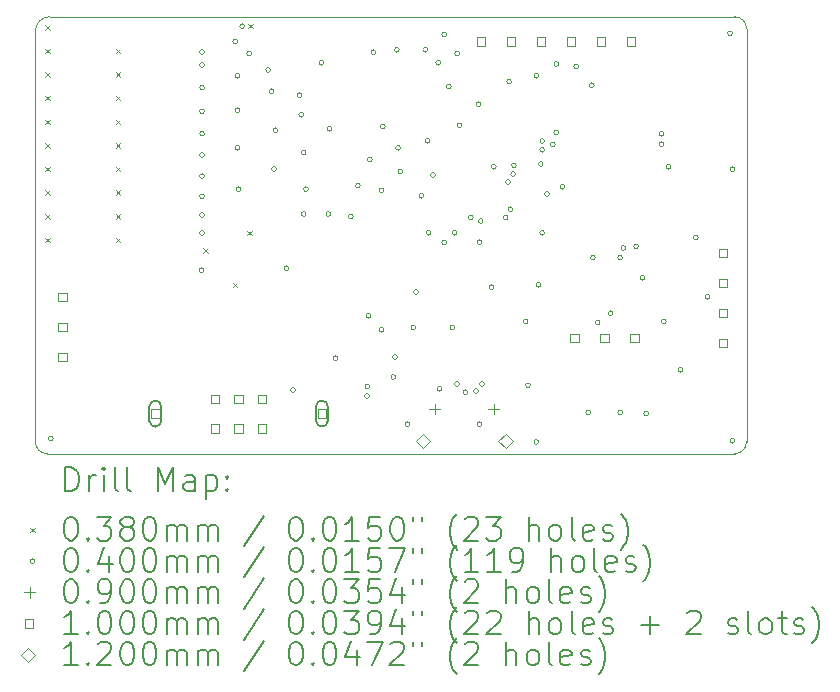
<source format=gbr>
%FSLAX45Y45*%
G04 Gerber Fmt 4.5, Leading zero omitted, Abs format (unit mm)*
G04 Created by KiCad (PCBNEW 6.0.6-3a73a75311~116~ubuntu20.04.1) date 2022-07-24 13:39:09*
%MOMM*%
%LPD*%
G01*
G04 APERTURE LIST*
%TA.AperFunction,Profile*%
%ADD10C,0.100000*%
%TD*%
%ADD11C,0.200000*%
%ADD12C,0.038000*%
%ADD13C,0.040000*%
%ADD14C,0.090000*%
%ADD15C,0.100000*%
%ADD16C,0.120000*%
G04 APERTURE END LIST*
D10*
X2780000Y-10150000D02*
X8600000Y-10150000D01*
X8600000Y-6450000D02*
X2800000Y-6450000D01*
X2680000Y-10050000D02*
G75*
G03*
X2780000Y-10150000I100000J0D01*
G01*
X2680000Y-10050000D02*
X2680000Y-6570000D01*
X8600000Y-10150000D02*
G75*
G03*
X8700000Y-10050000I0J100000D01*
G01*
X2800000Y-6450000D02*
G75*
G03*
X2680000Y-6570000I0J-120000D01*
G01*
X8700000Y-6550000D02*
G75*
G03*
X8600000Y-6450000I-100000J0D01*
G01*
X8700000Y-10050000D02*
X8700000Y-6550000D01*
D11*
D12*
X2761000Y-6521000D02*
X2799000Y-6559000D01*
X2799000Y-6521000D02*
X2761000Y-6559000D01*
X2761000Y-6721000D02*
X2799000Y-6759000D01*
X2799000Y-6721000D02*
X2761000Y-6759000D01*
X2761000Y-6921000D02*
X2799000Y-6959000D01*
X2799000Y-6921000D02*
X2761000Y-6959000D01*
X2761000Y-7121000D02*
X2799000Y-7159000D01*
X2799000Y-7121000D02*
X2761000Y-7159000D01*
X2761000Y-7321000D02*
X2799000Y-7359000D01*
X2799000Y-7321000D02*
X2761000Y-7359000D01*
X2761000Y-7521000D02*
X2799000Y-7559000D01*
X2799000Y-7521000D02*
X2761000Y-7559000D01*
X2761000Y-7721000D02*
X2799000Y-7759000D01*
X2799000Y-7721000D02*
X2761000Y-7759000D01*
X2761000Y-7921000D02*
X2799000Y-7959000D01*
X2799000Y-7921000D02*
X2761000Y-7959000D01*
X2761000Y-8121000D02*
X2799000Y-8159000D01*
X2799000Y-8121000D02*
X2761000Y-8159000D01*
X2761000Y-8321000D02*
X2799000Y-8359000D01*
X2799000Y-8321000D02*
X2761000Y-8359000D01*
X3361000Y-6721000D02*
X3399000Y-6759000D01*
X3399000Y-6721000D02*
X3361000Y-6759000D01*
X3361000Y-6921000D02*
X3399000Y-6959000D01*
X3399000Y-6921000D02*
X3361000Y-6959000D01*
X3361000Y-7121000D02*
X3399000Y-7159000D01*
X3399000Y-7121000D02*
X3361000Y-7159000D01*
X3361000Y-7321000D02*
X3399000Y-7359000D01*
X3399000Y-7321000D02*
X3361000Y-7359000D01*
X3361000Y-7521000D02*
X3399000Y-7559000D01*
X3399000Y-7521000D02*
X3361000Y-7559000D01*
X3361000Y-7721000D02*
X3399000Y-7759000D01*
X3399000Y-7721000D02*
X3361000Y-7759000D01*
X3361000Y-7921000D02*
X3399000Y-7959000D01*
X3399000Y-7921000D02*
X3361000Y-7959000D01*
X3361000Y-8121000D02*
X3399000Y-8159000D01*
X3399000Y-8121000D02*
X3361000Y-8159000D01*
X3361000Y-8321000D02*
X3399000Y-8359000D01*
X3399000Y-8321000D02*
X3361000Y-8359000D01*
X4101000Y-8411000D02*
X4139000Y-8449000D01*
X4139000Y-8411000D02*
X4101000Y-8449000D01*
X4351000Y-8701000D02*
X4389000Y-8739000D01*
X4389000Y-8701000D02*
X4351000Y-8739000D01*
X4471000Y-8261000D02*
X4509000Y-8299000D01*
X4509000Y-8261000D02*
X4471000Y-8299000D01*
X4481000Y-6511000D02*
X4519000Y-6549000D01*
X4519000Y-6511000D02*
X4481000Y-6549000D01*
D13*
X2830000Y-10020000D02*
G75*
G03*
X2830000Y-10020000I-20000J0D01*
G01*
X4104951Y-8595049D02*
G75*
G03*
X4104951Y-8595049I-20000J0D01*
G01*
X4110000Y-6750000D02*
G75*
G03*
X4110000Y-6750000I-20000J0D01*
G01*
X4110000Y-6860000D02*
G75*
G03*
X4110000Y-6860000I-20000J0D01*
G01*
X4110000Y-7050000D02*
G75*
G03*
X4110000Y-7050000I-20000J0D01*
G01*
X4110000Y-7250000D02*
G75*
G03*
X4110000Y-7250000I-20000J0D01*
G01*
X4110000Y-7440000D02*
G75*
G03*
X4110000Y-7440000I-20000J0D01*
G01*
X4110000Y-7620000D02*
G75*
G03*
X4110000Y-7620000I-20000J0D01*
G01*
X4110000Y-7800000D02*
G75*
G03*
X4110000Y-7800000I-20000J0D01*
G01*
X4110000Y-7970000D02*
G75*
G03*
X4110000Y-7970000I-20000J0D01*
G01*
X4110000Y-8130000D02*
G75*
G03*
X4110000Y-8130000I-20000J0D01*
G01*
X4110000Y-8280000D02*
G75*
G03*
X4110000Y-8280000I-20000J0D01*
G01*
X4390000Y-6660000D02*
G75*
G03*
X4390000Y-6660000I-20000J0D01*
G01*
X4410000Y-6950000D02*
G75*
G03*
X4410000Y-6950000I-20000J0D01*
G01*
X4410000Y-7240000D02*
G75*
G03*
X4410000Y-7240000I-20000J0D01*
G01*
X4410000Y-7560000D02*
G75*
G03*
X4410000Y-7560000I-20000J0D01*
G01*
X4420000Y-7910000D02*
G75*
G03*
X4420000Y-7910000I-20000J0D01*
G01*
X4450000Y-6530000D02*
G75*
G03*
X4450000Y-6530000I-20000J0D01*
G01*
X4510000Y-6760000D02*
G75*
G03*
X4510000Y-6760000I-20000J0D01*
G01*
X4670000Y-6900000D02*
G75*
G03*
X4670000Y-6900000I-20000J0D01*
G01*
X4700000Y-7080000D02*
G75*
G03*
X4700000Y-7080000I-20000J0D01*
G01*
X4720000Y-7740000D02*
G75*
G03*
X4720000Y-7740000I-20000J0D01*
G01*
X4730000Y-7410000D02*
G75*
G03*
X4730000Y-7410000I-20000J0D01*
G01*
X4824950Y-8580000D02*
G75*
G03*
X4824950Y-8580000I-20000J0D01*
G01*
X4880000Y-9610000D02*
G75*
G03*
X4880000Y-9610000I-20000J0D01*
G01*
X4935000Y-7115000D02*
G75*
G03*
X4935000Y-7115000I-20000J0D01*
G01*
X4950000Y-7280000D02*
G75*
G03*
X4950000Y-7280000I-20000J0D01*
G01*
X4970000Y-7600000D02*
G75*
G03*
X4970000Y-7600000I-20000J0D01*
G01*
X4970000Y-8120000D02*
G75*
G03*
X4970000Y-8120000I-20000J0D01*
G01*
X4990000Y-7910000D02*
G75*
G03*
X4990000Y-7910000I-20000J0D01*
G01*
X5120000Y-6840000D02*
G75*
G03*
X5120000Y-6840000I-20000J0D01*
G01*
X5180000Y-8120000D02*
G75*
G03*
X5180000Y-8120000I-20000J0D01*
G01*
X5190000Y-7400000D02*
G75*
G03*
X5190000Y-7400000I-20000J0D01*
G01*
X5240000Y-9340000D02*
G75*
G03*
X5240000Y-9340000I-20000J0D01*
G01*
X5370000Y-8140000D02*
G75*
G03*
X5370000Y-8140000I-20000J0D01*
G01*
X5430000Y-7880000D02*
G75*
G03*
X5430000Y-7880000I-20000J0D01*
G01*
X5507420Y-9659909D02*
G75*
G03*
X5507420Y-9659909I-20000J0D01*
G01*
X5510000Y-9580000D02*
G75*
G03*
X5510000Y-9580000I-20000J0D01*
G01*
X5521030Y-8982837D02*
G75*
G03*
X5521030Y-8982837I-20000J0D01*
G01*
X5530000Y-7660000D02*
G75*
G03*
X5530000Y-7660000I-20000J0D01*
G01*
X5560000Y-6750000D02*
G75*
G03*
X5560000Y-6750000I-20000J0D01*
G01*
X5630000Y-7920000D02*
G75*
G03*
X5630000Y-7920000I-20000J0D01*
G01*
X5630000Y-9100000D02*
G75*
G03*
X5630000Y-9100000I-20000J0D01*
G01*
X5640000Y-7380000D02*
G75*
G03*
X5640000Y-7380000I-20000J0D01*
G01*
X5730000Y-9500000D02*
G75*
G03*
X5730000Y-9500000I-20000J0D01*
G01*
X5744390Y-9332113D02*
G75*
G03*
X5744390Y-9332113I-20000J0D01*
G01*
X5760000Y-6730000D02*
G75*
G03*
X5760000Y-6730000I-20000J0D01*
G01*
X5770000Y-7560000D02*
G75*
G03*
X5770000Y-7560000I-20000J0D01*
G01*
X5790000Y-7760000D02*
G75*
G03*
X5790000Y-7760000I-20000J0D01*
G01*
X5850000Y-9900000D02*
G75*
G03*
X5850000Y-9900000I-20000J0D01*
G01*
X5900000Y-9080000D02*
G75*
G03*
X5900000Y-9080000I-20000J0D01*
G01*
X5922254Y-8779579D02*
G75*
G03*
X5922254Y-8779579I-20000J0D01*
G01*
X5967437Y-7965104D02*
G75*
G03*
X5967437Y-7965104I-20000J0D01*
G01*
X6000000Y-6730000D02*
G75*
G03*
X6000000Y-6730000I-20000J0D01*
G01*
X6020000Y-7500000D02*
G75*
G03*
X6020000Y-7500000I-20000J0D01*
G01*
X6030000Y-8280000D02*
G75*
G03*
X6030000Y-8280000I-20000J0D01*
G01*
X6064950Y-7790000D02*
G75*
G03*
X6064950Y-7790000I-20000J0D01*
G01*
X6110000Y-6840000D02*
G75*
G03*
X6110000Y-6840000I-20000J0D01*
G01*
X6120000Y-9600000D02*
G75*
G03*
X6120000Y-9600000I-20000J0D01*
G01*
X6160000Y-6600000D02*
G75*
G03*
X6160000Y-6600000I-20000J0D01*
G01*
X6160000Y-8360000D02*
G75*
G03*
X6160000Y-8360000I-20000J0D01*
G01*
X6200000Y-7040000D02*
G75*
G03*
X6200000Y-7040000I-20000J0D01*
G01*
X6230000Y-9080000D02*
G75*
G03*
X6230000Y-9080000I-20000J0D01*
G01*
X6250000Y-8280000D02*
G75*
G03*
X6250000Y-8280000I-20000J0D01*
G01*
X6270000Y-6760050D02*
G75*
G03*
X6270000Y-6760050I-20000J0D01*
G01*
X6270000Y-9560000D02*
G75*
G03*
X6270000Y-9560000I-20000J0D01*
G01*
X6290000Y-7370000D02*
G75*
G03*
X6290000Y-7370000I-20000J0D01*
G01*
X6340000Y-9630000D02*
G75*
G03*
X6340000Y-9630000I-20000J0D01*
G01*
X6384950Y-8150000D02*
G75*
G03*
X6384950Y-8150000I-20000J0D01*
G01*
X6430000Y-9620000D02*
G75*
G03*
X6430000Y-9620000I-20000J0D01*
G01*
X6450000Y-7190000D02*
G75*
G03*
X6450000Y-7190000I-20000J0D01*
G01*
X6460000Y-8360000D02*
G75*
G03*
X6460000Y-8360000I-20000J0D01*
G01*
X6460000Y-9900000D02*
G75*
G03*
X6460000Y-9900000I-20000J0D01*
G01*
X6470000Y-8180000D02*
G75*
G03*
X6470000Y-8180000I-20000J0D01*
G01*
X6480000Y-9560000D02*
G75*
G03*
X6480000Y-9560000I-20000J0D01*
G01*
X6560000Y-8740000D02*
G75*
G03*
X6560000Y-8740000I-20000J0D01*
G01*
X6580000Y-7720000D02*
G75*
G03*
X6580000Y-7720000I-20000J0D01*
G01*
X6680000Y-8150000D02*
G75*
G03*
X6680000Y-8150000I-20000J0D01*
G01*
X6700000Y-7850000D02*
G75*
G03*
X6700000Y-7850000I-20000J0D01*
G01*
X6710000Y-7000000D02*
G75*
G03*
X6710000Y-7000000I-20000J0D01*
G01*
X6720000Y-8080000D02*
G75*
G03*
X6720000Y-8080000I-20000J0D01*
G01*
X6744065Y-7782644D02*
G75*
G03*
X6744065Y-7782644I-20000J0D01*
G01*
X6750491Y-7707970D02*
G75*
G03*
X6750491Y-7707970I-20000J0D01*
G01*
X6850000Y-9030000D02*
G75*
G03*
X6850000Y-9030000I-20000J0D01*
G01*
X6870000Y-9570000D02*
G75*
G03*
X6870000Y-9570000I-20000J0D01*
G01*
X6940000Y-6950000D02*
G75*
G03*
X6940000Y-6950000I-20000J0D01*
G01*
X6940000Y-10050000D02*
G75*
G03*
X6940000Y-10050000I-20000J0D01*
G01*
X6960000Y-8720000D02*
G75*
G03*
X6960000Y-8720000I-20000J0D01*
G01*
X6978052Y-7696477D02*
G75*
G03*
X6978052Y-7696477I-20000J0D01*
G01*
X6989700Y-7577158D02*
G75*
G03*
X6989700Y-7577158I-20000J0D01*
G01*
X6990000Y-8280000D02*
G75*
G03*
X6990000Y-8280000I-20000J0D01*
G01*
X6990093Y-7502209D02*
G75*
G03*
X6990093Y-7502209I-20000J0D01*
G01*
X7030000Y-7950000D02*
G75*
G03*
X7030000Y-7950000I-20000J0D01*
G01*
X7080000Y-7530000D02*
G75*
G03*
X7080000Y-7530000I-20000J0D01*
G01*
X7110000Y-6850000D02*
G75*
G03*
X7110000Y-6850000I-20000J0D01*
G01*
X7110000Y-7430000D02*
G75*
G03*
X7110000Y-7430000I-20000J0D01*
G01*
X7160000Y-7890000D02*
G75*
G03*
X7160000Y-7890000I-20000J0D01*
G01*
X7278258Y-6871420D02*
G75*
G03*
X7278258Y-6871420I-20000J0D01*
G01*
X7380000Y-9800000D02*
G75*
G03*
X7380000Y-9800000I-20000J0D01*
G01*
X7410000Y-7030000D02*
G75*
G03*
X7410000Y-7030000I-20000J0D01*
G01*
X7419950Y-8490000D02*
G75*
G03*
X7419950Y-8490000I-20000J0D01*
G01*
X7460000Y-9040000D02*
G75*
G03*
X7460000Y-9040000I-20000J0D01*
G01*
X7570000Y-8960000D02*
G75*
G03*
X7570000Y-8960000I-20000J0D01*
G01*
X7650000Y-8490000D02*
G75*
G03*
X7650000Y-8490000I-20000J0D01*
G01*
X7650000Y-9800000D02*
G75*
G03*
X7650000Y-9800000I-20000J0D01*
G01*
X7678215Y-8408216D02*
G75*
G03*
X7678215Y-8408216I-20000J0D01*
G01*
X7784950Y-8394886D02*
G75*
G03*
X7784950Y-8394886I-20000J0D01*
G01*
X7840000Y-8660000D02*
G75*
G03*
X7840000Y-8660000I-20000J0D01*
G01*
X7870000Y-9810000D02*
G75*
G03*
X7870000Y-9810000I-20000J0D01*
G01*
X8000000Y-7440000D02*
G75*
G03*
X8000000Y-7440000I-20000J0D01*
G01*
X8000000Y-7530000D02*
G75*
G03*
X8000000Y-7530000I-20000J0D01*
G01*
X8020000Y-9030000D02*
G75*
G03*
X8020000Y-9030000I-20000J0D01*
G01*
X8060000Y-7720000D02*
G75*
G03*
X8060000Y-7720000I-20000J0D01*
G01*
X8160000Y-9440000D02*
G75*
G03*
X8160000Y-9440000I-20000J0D01*
G01*
X8290000Y-8320000D02*
G75*
G03*
X8290000Y-8320000I-20000J0D01*
G01*
X8390000Y-8820000D02*
G75*
G03*
X8390000Y-8820000I-20000J0D01*
G01*
X8580000Y-6590000D02*
G75*
G03*
X8580000Y-6590000I-20000J0D01*
G01*
X8600000Y-7740000D02*
G75*
G03*
X8600000Y-7740000I-20000J0D01*
G01*
X8600000Y-10040000D02*
G75*
G03*
X8600000Y-10040000I-20000J0D01*
G01*
D14*
X6060000Y-9725000D02*
X6060000Y-9815000D01*
X6015000Y-9770000D02*
X6105000Y-9770000D01*
X6560000Y-9725000D02*
X6560000Y-9815000D01*
X6515000Y-9770000D02*
X6605000Y-9770000D01*
D15*
X2945356Y-8857356D02*
X2945356Y-8786644D01*
X2874644Y-8786644D01*
X2874644Y-8857356D01*
X2945356Y-8857356D01*
X2945356Y-9111356D02*
X2945356Y-9040644D01*
X2874644Y-9040644D01*
X2874644Y-9111356D01*
X2945356Y-9111356D01*
X2945356Y-9365356D02*
X2945356Y-9294644D01*
X2874644Y-9294644D01*
X2874644Y-9365356D01*
X2945356Y-9365356D01*
X3730356Y-9845356D02*
X3730356Y-9774644D01*
X3659644Y-9774644D01*
X3659644Y-9845356D01*
X3730356Y-9845356D01*
D11*
X3645000Y-9750000D02*
X3645000Y-9870000D01*
X3745000Y-9750000D02*
X3745000Y-9870000D01*
X3645000Y-9870000D02*
G75*
G03*
X3745000Y-9870000I50000J0D01*
G01*
X3745000Y-9750000D02*
G75*
G03*
X3645000Y-9750000I-50000J0D01*
G01*
D15*
X4235356Y-9720356D02*
X4235356Y-9649644D01*
X4164644Y-9649644D01*
X4164644Y-9720356D01*
X4235356Y-9720356D01*
X4235356Y-9970356D02*
X4235356Y-9899644D01*
X4164644Y-9899644D01*
X4164644Y-9970356D01*
X4235356Y-9970356D01*
X4435356Y-9720356D02*
X4435356Y-9649644D01*
X4364644Y-9649644D01*
X4364644Y-9720356D01*
X4435356Y-9720356D01*
X4435356Y-9970356D02*
X4435356Y-9899644D01*
X4364644Y-9899644D01*
X4364644Y-9970356D01*
X4435356Y-9970356D01*
X4635356Y-9720356D02*
X4635356Y-9649644D01*
X4564644Y-9649644D01*
X4564644Y-9720356D01*
X4635356Y-9720356D01*
X4635356Y-9970356D02*
X4635356Y-9899644D01*
X4564644Y-9899644D01*
X4564644Y-9970356D01*
X4635356Y-9970356D01*
X5140356Y-9845356D02*
X5140356Y-9774644D01*
X5069644Y-9774644D01*
X5069644Y-9845356D01*
X5140356Y-9845356D01*
D11*
X5055000Y-9750000D02*
X5055000Y-9870000D01*
X5155000Y-9750000D02*
X5155000Y-9870000D01*
X5055000Y-9870000D02*
G75*
G03*
X5155000Y-9870000I50000J0D01*
G01*
X5155000Y-9750000D02*
G75*
G03*
X5055000Y-9750000I-50000J0D01*
G01*
D15*
X6485356Y-6695356D02*
X6485356Y-6624644D01*
X6414644Y-6624644D01*
X6414644Y-6695356D01*
X6485356Y-6695356D01*
X6739356Y-6695356D02*
X6739356Y-6624644D01*
X6668644Y-6624644D01*
X6668644Y-6695356D01*
X6739356Y-6695356D01*
X6993356Y-6695356D02*
X6993356Y-6624644D01*
X6922644Y-6624644D01*
X6922644Y-6695356D01*
X6993356Y-6695356D01*
X7247356Y-6695356D02*
X7247356Y-6624644D01*
X7176644Y-6624644D01*
X7176644Y-6695356D01*
X7247356Y-6695356D01*
X7279856Y-9207856D02*
X7279856Y-9137144D01*
X7209144Y-9137144D01*
X7209144Y-9207856D01*
X7279856Y-9207856D01*
X7501356Y-6695356D02*
X7501356Y-6624644D01*
X7430644Y-6624644D01*
X7430644Y-6695356D01*
X7501356Y-6695356D01*
X7533856Y-9207856D02*
X7533856Y-9137144D01*
X7463144Y-9137144D01*
X7463144Y-9207856D01*
X7533856Y-9207856D01*
X7755356Y-6695356D02*
X7755356Y-6624644D01*
X7684644Y-6624644D01*
X7684644Y-6695356D01*
X7755356Y-6695356D01*
X7787856Y-9207856D02*
X7787856Y-9137144D01*
X7717144Y-9137144D01*
X7717144Y-9207856D01*
X7787856Y-9207856D01*
X8535356Y-8483356D02*
X8535356Y-8412644D01*
X8464644Y-8412644D01*
X8464644Y-8483356D01*
X8535356Y-8483356D01*
X8535356Y-8737356D02*
X8535356Y-8666644D01*
X8464644Y-8666644D01*
X8464644Y-8737356D01*
X8535356Y-8737356D01*
X8535356Y-8991356D02*
X8535356Y-8920644D01*
X8464644Y-8920644D01*
X8464644Y-8991356D01*
X8535356Y-8991356D01*
X8535356Y-9245356D02*
X8535356Y-9174644D01*
X8464644Y-9174644D01*
X8464644Y-9245356D01*
X8535356Y-9245356D01*
D16*
X5960000Y-10100000D02*
X6020000Y-10040000D01*
X5960000Y-9980000D01*
X5900000Y-10040000D01*
X5960000Y-10100000D01*
X6660000Y-10100000D02*
X6720000Y-10040000D01*
X6660000Y-9980000D01*
X6600000Y-10040000D01*
X6660000Y-10100000D01*
D11*
X2932619Y-10465476D02*
X2932619Y-10265476D01*
X2980238Y-10265476D01*
X3008809Y-10275000D01*
X3027857Y-10294048D01*
X3037381Y-10313095D01*
X3046905Y-10351190D01*
X3046905Y-10379762D01*
X3037381Y-10417857D01*
X3027857Y-10436905D01*
X3008809Y-10455952D01*
X2980238Y-10465476D01*
X2932619Y-10465476D01*
X3132619Y-10465476D02*
X3132619Y-10332143D01*
X3132619Y-10370238D02*
X3142143Y-10351190D01*
X3151667Y-10341667D01*
X3170714Y-10332143D01*
X3189762Y-10332143D01*
X3256428Y-10465476D02*
X3256428Y-10332143D01*
X3256428Y-10265476D02*
X3246905Y-10275000D01*
X3256428Y-10284524D01*
X3265952Y-10275000D01*
X3256428Y-10265476D01*
X3256428Y-10284524D01*
X3380238Y-10465476D02*
X3361190Y-10455952D01*
X3351667Y-10436905D01*
X3351667Y-10265476D01*
X3485000Y-10465476D02*
X3465952Y-10455952D01*
X3456428Y-10436905D01*
X3456428Y-10265476D01*
X3713571Y-10465476D02*
X3713571Y-10265476D01*
X3780238Y-10408333D01*
X3846905Y-10265476D01*
X3846905Y-10465476D01*
X4027857Y-10465476D02*
X4027857Y-10360714D01*
X4018333Y-10341667D01*
X3999286Y-10332143D01*
X3961190Y-10332143D01*
X3942143Y-10341667D01*
X4027857Y-10455952D02*
X4008809Y-10465476D01*
X3961190Y-10465476D01*
X3942143Y-10455952D01*
X3932619Y-10436905D01*
X3932619Y-10417857D01*
X3942143Y-10398810D01*
X3961190Y-10389286D01*
X4008809Y-10389286D01*
X4027857Y-10379762D01*
X4123095Y-10332143D02*
X4123095Y-10532143D01*
X4123095Y-10341667D02*
X4142143Y-10332143D01*
X4180238Y-10332143D01*
X4199286Y-10341667D01*
X4208810Y-10351190D01*
X4218333Y-10370238D01*
X4218333Y-10427381D01*
X4208810Y-10446429D01*
X4199286Y-10455952D01*
X4180238Y-10465476D01*
X4142143Y-10465476D01*
X4123095Y-10455952D01*
X4304048Y-10446429D02*
X4313571Y-10455952D01*
X4304048Y-10465476D01*
X4294524Y-10455952D01*
X4304048Y-10446429D01*
X4304048Y-10465476D01*
X4304048Y-10341667D02*
X4313571Y-10351190D01*
X4304048Y-10360714D01*
X4294524Y-10351190D01*
X4304048Y-10341667D01*
X4304048Y-10360714D01*
D12*
X2637000Y-10776000D02*
X2675000Y-10814000D01*
X2675000Y-10776000D02*
X2637000Y-10814000D01*
D11*
X2970714Y-10685476D02*
X2989762Y-10685476D01*
X3008809Y-10695000D01*
X3018333Y-10704524D01*
X3027857Y-10723571D01*
X3037381Y-10761667D01*
X3037381Y-10809286D01*
X3027857Y-10847381D01*
X3018333Y-10866429D01*
X3008809Y-10875952D01*
X2989762Y-10885476D01*
X2970714Y-10885476D01*
X2951667Y-10875952D01*
X2942143Y-10866429D01*
X2932619Y-10847381D01*
X2923095Y-10809286D01*
X2923095Y-10761667D01*
X2932619Y-10723571D01*
X2942143Y-10704524D01*
X2951667Y-10695000D01*
X2970714Y-10685476D01*
X3123095Y-10866429D02*
X3132619Y-10875952D01*
X3123095Y-10885476D01*
X3113571Y-10875952D01*
X3123095Y-10866429D01*
X3123095Y-10885476D01*
X3199286Y-10685476D02*
X3323095Y-10685476D01*
X3256428Y-10761667D01*
X3285000Y-10761667D01*
X3304048Y-10771190D01*
X3313571Y-10780714D01*
X3323095Y-10799762D01*
X3323095Y-10847381D01*
X3313571Y-10866429D01*
X3304048Y-10875952D01*
X3285000Y-10885476D01*
X3227857Y-10885476D01*
X3208809Y-10875952D01*
X3199286Y-10866429D01*
X3437381Y-10771190D02*
X3418333Y-10761667D01*
X3408809Y-10752143D01*
X3399286Y-10733095D01*
X3399286Y-10723571D01*
X3408809Y-10704524D01*
X3418333Y-10695000D01*
X3437381Y-10685476D01*
X3475476Y-10685476D01*
X3494524Y-10695000D01*
X3504048Y-10704524D01*
X3513571Y-10723571D01*
X3513571Y-10733095D01*
X3504048Y-10752143D01*
X3494524Y-10761667D01*
X3475476Y-10771190D01*
X3437381Y-10771190D01*
X3418333Y-10780714D01*
X3408809Y-10790238D01*
X3399286Y-10809286D01*
X3399286Y-10847381D01*
X3408809Y-10866429D01*
X3418333Y-10875952D01*
X3437381Y-10885476D01*
X3475476Y-10885476D01*
X3494524Y-10875952D01*
X3504048Y-10866429D01*
X3513571Y-10847381D01*
X3513571Y-10809286D01*
X3504048Y-10790238D01*
X3494524Y-10780714D01*
X3475476Y-10771190D01*
X3637381Y-10685476D02*
X3656428Y-10685476D01*
X3675476Y-10695000D01*
X3685000Y-10704524D01*
X3694524Y-10723571D01*
X3704048Y-10761667D01*
X3704048Y-10809286D01*
X3694524Y-10847381D01*
X3685000Y-10866429D01*
X3675476Y-10875952D01*
X3656428Y-10885476D01*
X3637381Y-10885476D01*
X3618333Y-10875952D01*
X3608809Y-10866429D01*
X3599286Y-10847381D01*
X3589762Y-10809286D01*
X3589762Y-10761667D01*
X3599286Y-10723571D01*
X3608809Y-10704524D01*
X3618333Y-10695000D01*
X3637381Y-10685476D01*
X3789762Y-10885476D02*
X3789762Y-10752143D01*
X3789762Y-10771190D02*
X3799286Y-10761667D01*
X3818333Y-10752143D01*
X3846905Y-10752143D01*
X3865952Y-10761667D01*
X3875476Y-10780714D01*
X3875476Y-10885476D01*
X3875476Y-10780714D02*
X3885000Y-10761667D01*
X3904048Y-10752143D01*
X3932619Y-10752143D01*
X3951667Y-10761667D01*
X3961190Y-10780714D01*
X3961190Y-10885476D01*
X4056428Y-10885476D02*
X4056428Y-10752143D01*
X4056428Y-10771190D02*
X4065952Y-10761667D01*
X4085000Y-10752143D01*
X4113571Y-10752143D01*
X4132619Y-10761667D01*
X4142143Y-10780714D01*
X4142143Y-10885476D01*
X4142143Y-10780714D02*
X4151667Y-10761667D01*
X4170714Y-10752143D01*
X4199286Y-10752143D01*
X4218333Y-10761667D01*
X4227857Y-10780714D01*
X4227857Y-10885476D01*
X4618333Y-10675952D02*
X4446905Y-10933095D01*
X4875476Y-10685476D02*
X4894524Y-10685476D01*
X4913571Y-10695000D01*
X4923095Y-10704524D01*
X4932619Y-10723571D01*
X4942143Y-10761667D01*
X4942143Y-10809286D01*
X4932619Y-10847381D01*
X4923095Y-10866429D01*
X4913571Y-10875952D01*
X4894524Y-10885476D01*
X4875476Y-10885476D01*
X4856429Y-10875952D01*
X4846905Y-10866429D01*
X4837381Y-10847381D01*
X4827857Y-10809286D01*
X4827857Y-10761667D01*
X4837381Y-10723571D01*
X4846905Y-10704524D01*
X4856429Y-10695000D01*
X4875476Y-10685476D01*
X5027857Y-10866429D02*
X5037381Y-10875952D01*
X5027857Y-10885476D01*
X5018333Y-10875952D01*
X5027857Y-10866429D01*
X5027857Y-10885476D01*
X5161190Y-10685476D02*
X5180238Y-10685476D01*
X5199286Y-10695000D01*
X5208810Y-10704524D01*
X5218333Y-10723571D01*
X5227857Y-10761667D01*
X5227857Y-10809286D01*
X5218333Y-10847381D01*
X5208810Y-10866429D01*
X5199286Y-10875952D01*
X5180238Y-10885476D01*
X5161190Y-10885476D01*
X5142143Y-10875952D01*
X5132619Y-10866429D01*
X5123095Y-10847381D01*
X5113571Y-10809286D01*
X5113571Y-10761667D01*
X5123095Y-10723571D01*
X5132619Y-10704524D01*
X5142143Y-10695000D01*
X5161190Y-10685476D01*
X5418333Y-10885476D02*
X5304048Y-10885476D01*
X5361190Y-10885476D02*
X5361190Y-10685476D01*
X5342143Y-10714048D01*
X5323095Y-10733095D01*
X5304048Y-10742619D01*
X5599286Y-10685476D02*
X5504048Y-10685476D01*
X5494524Y-10780714D01*
X5504048Y-10771190D01*
X5523095Y-10761667D01*
X5570714Y-10761667D01*
X5589762Y-10771190D01*
X5599286Y-10780714D01*
X5608809Y-10799762D01*
X5608809Y-10847381D01*
X5599286Y-10866429D01*
X5589762Y-10875952D01*
X5570714Y-10885476D01*
X5523095Y-10885476D01*
X5504048Y-10875952D01*
X5494524Y-10866429D01*
X5732619Y-10685476D02*
X5751667Y-10685476D01*
X5770714Y-10695000D01*
X5780238Y-10704524D01*
X5789762Y-10723571D01*
X5799286Y-10761667D01*
X5799286Y-10809286D01*
X5789762Y-10847381D01*
X5780238Y-10866429D01*
X5770714Y-10875952D01*
X5751667Y-10885476D01*
X5732619Y-10885476D01*
X5713571Y-10875952D01*
X5704048Y-10866429D01*
X5694524Y-10847381D01*
X5685000Y-10809286D01*
X5685000Y-10761667D01*
X5694524Y-10723571D01*
X5704048Y-10704524D01*
X5713571Y-10695000D01*
X5732619Y-10685476D01*
X5875476Y-10685476D02*
X5875476Y-10723571D01*
X5951667Y-10685476D02*
X5951667Y-10723571D01*
X6246905Y-10961667D02*
X6237381Y-10952143D01*
X6218333Y-10923571D01*
X6208809Y-10904524D01*
X6199286Y-10875952D01*
X6189762Y-10828333D01*
X6189762Y-10790238D01*
X6199286Y-10742619D01*
X6208809Y-10714048D01*
X6218333Y-10695000D01*
X6237381Y-10666429D01*
X6246905Y-10656905D01*
X6313571Y-10704524D02*
X6323095Y-10695000D01*
X6342143Y-10685476D01*
X6389762Y-10685476D01*
X6408809Y-10695000D01*
X6418333Y-10704524D01*
X6427857Y-10723571D01*
X6427857Y-10742619D01*
X6418333Y-10771190D01*
X6304048Y-10885476D01*
X6427857Y-10885476D01*
X6494524Y-10685476D02*
X6618333Y-10685476D01*
X6551667Y-10761667D01*
X6580238Y-10761667D01*
X6599286Y-10771190D01*
X6608809Y-10780714D01*
X6618333Y-10799762D01*
X6618333Y-10847381D01*
X6608809Y-10866429D01*
X6599286Y-10875952D01*
X6580238Y-10885476D01*
X6523095Y-10885476D01*
X6504048Y-10875952D01*
X6494524Y-10866429D01*
X6856428Y-10885476D02*
X6856428Y-10685476D01*
X6942143Y-10885476D02*
X6942143Y-10780714D01*
X6932619Y-10761667D01*
X6913571Y-10752143D01*
X6885000Y-10752143D01*
X6865952Y-10761667D01*
X6856428Y-10771190D01*
X7065952Y-10885476D02*
X7046905Y-10875952D01*
X7037381Y-10866429D01*
X7027857Y-10847381D01*
X7027857Y-10790238D01*
X7037381Y-10771190D01*
X7046905Y-10761667D01*
X7065952Y-10752143D01*
X7094524Y-10752143D01*
X7113571Y-10761667D01*
X7123095Y-10771190D01*
X7132619Y-10790238D01*
X7132619Y-10847381D01*
X7123095Y-10866429D01*
X7113571Y-10875952D01*
X7094524Y-10885476D01*
X7065952Y-10885476D01*
X7246905Y-10885476D02*
X7227857Y-10875952D01*
X7218333Y-10856905D01*
X7218333Y-10685476D01*
X7399286Y-10875952D02*
X7380238Y-10885476D01*
X7342143Y-10885476D01*
X7323095Y-10875952D01*
X7313571Y-10856905D01*
X7313571Y-10780714D01*
X7323095Y-10761667D01*
X7342143Y-10752143D01*
X7380238Y-10752143D01*
X7399286Y-10761667D01*
X7408809Y-10780714D01*
X7408809Y-10799762D01*
X7313571Y-10818810D01*
X7485000Y-10875952D02*
X7504048Y-10885476D01*
X7542143Y-10885476D01*
X7561190Y-10875952D01*
X7570714Y-10856905D01*
X7570714Y-10847381D01*
X7561190Y-10828333D01*
X7542143Y-10818810D01*
X7513571Y-10818810D01*
X7494524Y-10809286D01*
X7485000Y-10790238D01*
X7485000Y-10780714D01*
X7494524Y-10761667D01*
X7513571Y-10752143D01*
X7542143Y-10752143D01*
X7561190Y-10761667D01*
X7637381Y-10961667D02*
X7646905Y-10952143D01*
X7665952Y-10923571D01*
X7675476Y-10904524D01*
X7685000Y-10875952D01*
X7694524Y-10828333D01*
X7694524Y-10790238D01*
X7685000Y-10742619D01*
X7675476Y-10714048D01*
X7665952Y-10695000D01*
X7646905Y-10666429D01*
X7637381Y-10656905D01*
D13*
X2675000Y-11059000D02*
G75*
G03*
X2675000Y-11059000I-20000J0D01*
G01*
D11*
X2970714Y-10949476D02*
X2989762Y-10949476D01*
X3008809Y-10959000D01*
X3018333Y-10968524D01*
X3027857Y-10987571D01*
X3037381Y-11025667D01*
X3037381Y-11073286D01*
X3027857Y-11111381D01*
X3018333Y-11130429D01*
X3008809Y-11139952D01*
X2989762Y-11149476D01*
X2970714Y-11149476D01*
X2951667Y-11139952D01*
X2942143Y-11130429D01*
X2932619Y-11111381D01*
X2923095Y-11073286D01*
X2923095Y-11025667D01*
X2932619Y-10987571D01*
X2942143Y-10968524D01*
X2951667Y-10959000D01*
X2970714Y-10949476D01*
X3123095Y-11130429D02*
X3132619Y-11139952D01*
X3123095Y-11149476D01*
X3113571Y-11139952D01*
X3123095Y-11130429D01*
X3123095Y-11149476D01*
X3304048Y-11016143D02*
X3304048Y-11149476D01*
X3256428Y-10939952D02*
X3208809Y-11082810D01*
X3332619Y-11082810D01*
X3446905Y-10949476D02*
X3465952Y-10949476D01*
X3485000Y-10959000D01*
X3494524Y-10968524D01*
X3504048Y-10987571D01*
X3513571Y-11025667D01*
X3513571Y-11073286D01*
X3504048Y-11111381D01*
X3494524Y-11130429D01*
X3485000Y-11139952D01*
X3465952Y-11149476D01*
X3446905Y-11149476D01*
X3427857Y-11139952D01*
X3418333Y-11130429D01*
X3408809Y-11111381D01*
X3399286Y-11073286D01*
X3399286Y-11025667D01*
X3408809Y-10987571D01*
X3418333Y-10968524D01*
X3427857Y-10959000D01*
X3446905Y-10949476D01*
X3637381Y-10949476D02*
X3656428Y-10949476D01*
X3675476Y-10959000D01*
X3685000Y-10968524D01*
X3694524Y-10987571D01*
X3704048Y-11025667D01*
X3704048Y-11073286D01*
X3694524Y-11111381D01*
X3685000Y-11130429D01*
X3675476Y-11139952D01*
X3656428Y-11149476D01*
X3637381Y-11149476D01*
X3618333Y-11139952D01*
X3608809Y-11130429D01*
X3599286Y-11111381D01*
X3589762Y-11073286D01*
X3589762Y-11025667D01*
X3599286Y-10987571D01*
X3608809Y-10968524D01*
X3618333Y-10959000D01*
X3637381Y-10949476D01*
X3789762Y-11149476D02*
X3789762Y-11016143D01*
X3789762Y-11035190D02*
X3799286Y-11025667D01*
X3818333Y-11016143D01*
X3846905Y-11016143D01*
X3865952Y-11025667D01*
X3875476Y-11044714D01*
X3875476Y-11149476D01*
X3875476Y-11044714D02*
X3885000Y-11025667D01*
X3904048Y-11016143D01*
X3932619Y-11016143D01*
X3951667Y-11025667D01*
X3961190Y-11044714D01*
X3961190Y-11149476D01*
X4056428Y-11149476D02*
X4056428Y-11016143D01*
X4056428Y-11035190D02*
X4065952Y-11025667D01*
X4085000Y-11016143D01*
X4113571Y-11016143D01*
X4132619Y-11025667D01*
X4142143Y-11044714D01*
X4142143Y-11149476D01*
X4142143Y-11044714D02*
X4151667Y-11025667D01*
X4170714Y-11016143D01*
X4199286Y-11016143D01*
X4218333Y-11025667D01*
X4227857Y-11044714D01*
X4227857Y-11149476D01*
X4618333Y-10939952D02*
X4446905Y-11197095D01*
X4875476Y-10949476D02*
X4894524Y-10949476D01*
X4913571Y-10959000D01*
X4923095Y-10968524D01*
X4932619Y-10987571D01*
X4942143Y-11025667D01*
X4942143Y-11073286D01*
X4932619Y-11111381D01*
X4923095Y-11130429D01*
X4913571Y-11139952D01*
X4894524Y-11149476D01*
X4875476Y-11149476D01*
X4856429Y-11139952D01*
X4846905Y-11130429D01*
X4837381Y-11111381D01*
X4827857Y-11073286D01*
X4827857Y-11025667D01*
X4837381Y-10987571D01*
X4846905Y-10968524D01*
X4856429Y-10959000D01*
X4875476Y-10949476D01*
X5027857Y-11130429D02*
X5037381Y-11139952D01*
X5027857Y-11149476D01*
X5018333Y-11139952D01*
X5027857Y-11130429D01*
X5027857Y-11149476D01*
X5161190Y-10949476D02*
X5180238Y-10949476D01*
X5199286Y-10959000D01*
X5208810Y-10968524D01*
X5218333Y-10987571D01*
X5227857Y-11025667D01*
X5227857Y-11073286D01*
X5218333Y-11111381D01*
X5208810Y-11130429D01*
X5199286Y-11139952D01*
X5180238Y-11149476D01*
X5161190Y-11149476D01*
X5142143Y-11139952D01*
X5132619Y-11130429D01*
X5123095Y-11111381D01*
X5113571Y-11073286D01*
X5113571Y-11025667D01*
X5123095Y-10987571D01*
X5132619Y-10968524D01*
X5142143Y-10959000D01*
X5161190Y-10949476D01*
X5418333Y-11149476D02*
X5304048Y-11149476D01*
X5361190Y-11149476D02*
X5361190Y-10949476D01*
X5342143Y-10978048D01*
X5323095Y-10997095D01*
X5304048Y-11006619D01*
X5599286Y-10949476D02*
X5504048Y-10949476D01*
X5494524Y-11044714D01*
X5504048Y-11035190D01*
X5523095Y-11025667D01*
X5570714Y-11025667D01*
X5589762Y-11035190D01*
X5599286Y-11044714D01*
X5608809Y-11063762D01*
X5608809Y-11111381D01*
X5599286Y-11130429D01*
X5589762Y-11139952D01*
X5570714Y-11149476D01*
X5523095Y-11149476D01*
X5504048Y-11139952D01*
X5494524Y-11130429D01*
X5675476Y-10949476D02*
X5808809Y-10949476D01*
X5723095Y-11149476D01*
X5875476Y-10949476D02*
X5875476Y-10987571D01*
X5951667Y-10949476D02*
X5951667Y-10987571D01*
X6246905Y-11225667D02*
X6237381Y-11216143D01*
X6218333Y-11187571D01*
X6208809Y-11168524D01*
X6199286Y-11139952D01*
X6189762Y-11092333D01*
X6189762Y-11054238D01*
X6199286Y-11006619D01*
X6208809Y-10978048D01*
X6218333Y-10959000D01*
X6237381Y-10930429D01*
X6246905Y-10920905D01*
X6427857Y-11149476D02*
X6313571Y-11149476D01*
X6370714Y-11149476D02*
X6370714Y-10949476D01*
X6351667Y-10978048D01*
X6332619Y-10997095D01*
X6313571Y-11006619D01*
X6618333Y-11149476D02*
X6504048Y-11149476D01*
X6561190Y-11149476D02*
X6561190Y-10949476D01*
X6542143Y-10978048D01*
X6523095Y-10997095D01*
X6504048Y-11006619D01*
X6713571Y-11149476D02*
X6751667Y-11149476D01*
X6770714Y-11139952D01*
X6780238Y-11130429D01*
X6799286Y-11101857D01*
X6808809Y-11063762D01*
X6808809Y-10987571D01*
X6799286Y-10968524D01*
X6789762Y-10959000D01*
X6770714Y-10949476D01*
X6732619Y-10949476D01*
X6713571Y-10959000D01*
X6704048Y-10968524D01*
X6694524Y-10987571D01*
X6694524Y-11035190D01*
X6704048Y-11054238D01*
X6713571Y-11063762D01*
X6732619Y-11073286D01*
X6770714Y-11073286D01*
X6789762Y-11063762D01*
X6799286Y-11054238D01*
X6808809Y-11035190D01*
X7046905Y-11149476D02*
X7046905Y-10949476D01*
X7132619Y-11149476D02*
X7132619Y-11044714D01*
X7123095Y-11025667D01*
X7104048Y-11016143D01*
X7075476Y-11016143D01*
X7056428Y-11025667D01*
X7046905Y-11035190D01*
X7256428Y-11149476D02*
X7237381Y-11139952D01*
X7227857Y-11130429D01*
X7218333Y-11111381D01*
X7218333Y-11054238D01*
X7227857Y-11035190D01*
X7237381Y-11025667D01*
X7256428Y-11016143D01*
X7285000Y-11016143D01*
X7304048Y-11025667D01*
X7313571Y-11035190D01*
X7323095Y-11054238D01*
X7323095Y-11111381D01*
X7313571Y-11130429D01*
X7304048Y-11139952D01*
X7285000Y-11149476D01*
X7256428Y-11149476D01*
X7437381Y-11149476D02*
X7418333Y-11139952D01*
X7408809Y-11120905D01*
X7408809Y-10949476D01*
X7589762Y-11139952D02*
X7570714Y-11149476D01*
X7532619Y-11149476D01*
X7513571Y-11139952D01*
X7504048Y-11120905D01*
X7504048Y-11044714D01*
X7513571Y-11025667D01*
X7532619Y-11016143D01*
X7570714Y-11016143D01*
X7589762Y-11025667D01*
X7599286Y-11044714D01*
X7599286Y-11063762D01*
X7504048Y-11082810D01*
X7675476Y-11139952D02*
X7694524Y-11149476D01*
X7732619Y-11149476D01*
X7751667Y-11139952D01*
X7761190Y-11120905D01*
X7761190Y-11111381D01*
X7751667Y-11092333D01*
X7732619Y-11082810D01*
X7704048Y-11082810D01*
X7685000Y-11073286D01*
X7675476Y-11054238D01*
X7675476Y-11044714D01*
X7685000Y-11025667D01*
X7704048Y-11016143D01*
X7732619Y-11016143D01*
X7751667Y-11025667D01*
X7827857Y-11225667D02*
X7837381Y-11216143D01*
X7856428Y-11187571D01*
X7865952Y-11168524D01*
X7875476Y-11139952D01*
X7885000Y-11092333D01*
X7885000Y-11054238D01*
X7875476Y-11006619D01*
X7865952Y-10978048D01*
X7856428Y-10959000D01*
X7837381Y-10930429D01*
X7827857Y-10920905D01*
D14*
X2630000Y-11278000D02*
X2630000Y-11368000D01*
X2585000Y-11323000D02*
X2675000Y-11323000D01*
D11*
X2970714Y-11213476D02*
X2989762Y-11213476D01*
X3008809Y-11223000D01*
X3018333Y-11232524D01*
X3027857Y-11251571D01*
X3037381Y-11289667D01*
X3037381Y-11337286D01*
X3027857Y-11375381D01*
X3018333Y-11394428D01*
X3008809Y-11403952D01*
X2989762Y-11413476D01*
X2970714Y-11413476D01*
X2951667Y-11403952D01*
X2942143Y-11394428D01*
X2932619Y-11375381D01*
X2923095Y-11337286D01*
X2923095Y-11289667D01*
X2932619Y-11251571D01*
X2942143Y-11232524D01*
X2951667Y-11223000D01*
X2970714Y-11213476D01*
X3123095Y-11394428D02*
X3132619Y-11403952D01*
X3123095Y-11413476D01*
X3113571Y-11403952D01*
X3123095Y-11394428D01*
X3123095Y-11413476D01*
X3227857Y-11413476D02*
X3265952Y-11413476D01*
X3285000Y-11403952D01*
X3294524Y-11394428D01*
X3313571Y-11365857D01*
X3323095Y-11327762D01*
X3323095Y-11251571D01*
X3313571Y-11232524D01*
X3304048Y-11223000D01*
X3285000Y-11213476D01*
X3246905Y-11213476D01*
X3227857Y-11223000D01*
X3218333Y-11232524D01*
X3208809Y-11251571D01*
X3208809Y-11299190D01*
X3218333Y-11318238D01*
X3227857Y-11327762D01*
X3246905Y-11337286D01*
X3285000Y-11337286D01*
X3304048Y-11327762D01*
X3313571Y-11318238D01*
X3323095Y-11299190D01*
X3446905Y-11213476D02*
X3465952Y-11213476D01*
X3485000Y-11223000D01*
X3494524Y-11232524D01*
X3504048Y-11251571D01*
X3513571Y-11289667D01*
X3513571Y-11337286D01*
X3504048Y-11375381D01*
X3494524Y-11394428D01*
X3485000Y-11403952D01*
X3465952Y-11413476D01*
X3446905Y-11413476D01*
X3427857Y-11403952D01*
X3418333Y-11394428D01*
X3408809Y-11375381D01*
X3399286Y-11337286D01*
X3399286Y-11289667D01*
X3408809Y-11251571D01*
X3418333Y-11232524D01*
X3427857Y-11223000D01*
X3446905Y-11213476D01*
X3637381Y-11213476D02*
X3656428Y-11213476D01*
X3675476Y-11223000D01*
X3685000Y-11232524D01*
X3694524Y-11251571D01*
X3704048Y-11289667D01*
X3704048Y-11337286D01*
X3694524Y-11375381D01*
X3685000Y-11394428D01*
X3675476Y-11403952D01*
X3656428Y-11413476D01*
X3637381Y-11413476D01*
X3618333Y-11403952D01*
X3608809Y-11394428D01*
X3599286Y-11375381D01*
X3589762Y-11337286D01*
X3589762Y-11289667D01*
X3599286Y-11251571D01*
X3608809Y-11232524D01*
X3618333Y-11223000D01*
X3637381Y-11213476D01*
X3789762Y-11413476D02*
X3789762Y-11280143D01*
X3789762Y-11299190D02*
X3799286Y-11289667D01*
X3818333Y-11280143D01*
X3846905Y-11280143D01*
X3865952Y-11289667D01*
X3875476Y-11308714D01*
X3875476Y-11413476D01*
X3875476Y-11308714D02*
X3885000Y-11289667D01*
X3904048Y-11280143D01*
X3932619Y-11280143D01*
X3951667Y-11289667D01*
X3961190Y-11308714D01*
X3961190Y-11413476D01*
X4056428Y-11413476D02*
X4056428Y-11280143D01*
X4056428Y-11299190D02*
X4065952Y-11289667D01*
X4085000Y-11280143D01*
X4113571Y-11280143D01*
X4132619Y-11289667D01*
X4142143Y-11308714D01*
X4142143Y-11413476D01*
X4142143Y-11308714D02*
X4151667Y-11289667D01*
X4170714Y-11280143D01*
X4199286Y-11280143D01*
X4218333Y-11289667D01*
X4227857Y-11308714D01*
X4227857Y-11413476D01*
X4618333Y-11203952D02*
X4446905Y-11461095D01*
X4875476Y-11213476D02*
X4894524Y-11213476D01*
X4913571Y-11223000D01*
X4923095Y-11232524D01*
X4932619Y-11251571D01*
X4942143Y-11289667D01*
X4942143Y-11337286D01*
X4932619Y-11375381D01*
X4923095Y-11394428D01*
X4913571Y-11403952D01*
X4894524Y-11413476D01*
X4875476Y-11413476D01*
X4856429Y-11403952D01*
X4846905Y-11394428D01*
X4837381Y-11375381D01*
X4827857Y-11337286D01*
X4827857Y-11289667D01*
X4837381Y-11251571D01*
X4846905Y-11232524D01*
X4856429Y-11223000D01*
X4875476Y-11213476D01*
X5027857Y-11394428D02*
X5037381Y-11403952D01*
X5027857Y-11413476D01*
X5018333Y-11403952D01*
X5027857Y-11394428D01*
X5027857Y-11413476D01*
X5161190Y-11213476D02*
X5180238Y-11213476D01*
X5199286Y-11223000D01*
X5208810Y-11232524D01*
X5218333Y-11251571D01*
X5227857Y-11289667D01*
X5227857Y-11337286D01*
X5218333Y-11375381D01*
X5208810Y-11394428D01*
X5199286Y-11403952D01*
X5180238Y-11413476D01*
X5161190Y-11413476D01*
X5142143Y-11403952D01*
X5132619Y-11394428D01*
X5123095Y-11375381D01*
X5113571Y-11337286D01*
X5113571Y-11289667D01*
X5123095Y-11251571D01*
X5132619Y-11232524D01*
X5142143Y-11223000D01*
X5161190Y-11213476D01*
X5294524Y-11213476D02*
X5418333Y-11213476D01*
X5351667Y-11289667D01*
X5380238Y-11289667D01*
X5399286Y-11299190D01*
X5408810Y-11308714D01*
X5418333Y-11327762D01*
X5418333Y-11375381D01*
X5408810Y-11394428D01*
X5399286Y-11403952D01*
X5380238Y-11413476D01*
X5323095Y-11413476D01*
X5304048Y-11403952D01*
X5294524Y-11394428D01*
X5599286Y-11213476D02*
X5504048Y-11213476D01*
X5494524Y-11308714D01*
X5504048Y-11299190D01*
X5523095Y-11289667D01*
X5570714Y-11289667D01*
X5589762Y-11299190D01*
X5599286Y-11308714D01*
X5608809Y-11327762D01*
X5608809Y-11375381D01*
X5599286Y-11394428D01*
X5589762Y-11403952D01*
X5570714Y-11413476D01*
X5523095Y-11413476D01*
X5504048Y-11403952D01*
X5494524Y-11394428D01*
X5780238Y-11280143D02*
X5780238Y-11413476D01*
X5732619Y-11203952D02*
X5685000Y-11346809D01*
X5808809Y-11346809D01*
X5875476Y-11213476D02*
X5875476Y-11251571D01*
X5951667Y-11213476D02*
X5951667Y-11251571D01*
X6246905Y-11489667D02*
X6237381Y-11480143D01*
X6218333Y-11451571D01*
X6208809Y-11432524D01*
X6199286Y-11403952D01*
X6189762Y-11356333D01*
X6189762Y-11318238D01*
X6199286Y-11270619D01*
X6208809Y-11242048D01*
X6218333Y-11223000D01*
X6237381Y-11194428D01*
X6246905Y-11184905D01*
X6313571Y-11232524D02*
X6323095Y-11223000D01*
X6342143Y-11213476D01*
X6389762Y-11213476D01*
X6408809Y-11223000D01*
X6418333Y-11232524D01*
X6427857Y-11251571D01*
X6427857Y-11270619D01*
X6418333Y-11299190D01*
X6304048Y-11413476D01*
X6427857Y-11413476D01*
X6665952Y-11413476D02*
X6665952Y-11213476D01*
X6751667Y-11413476D02*
X6751667Y-11308714D01*
X6742143Y-11289667D01*
X6723095Y-11280143D01*
X6694524Y-11280143D01*
X6675476Y-11289667D01*
X6665952Y-11299190D01*
X6875476Y-11413476D02*
X6856428Y-11403952D01*
X6846905Y-11394428D01*
X6837381Y-11375381D01*
X6837381Y-11318238D01*
X6846905Y-11299190D01*
X6856428Y-11289667D01*
X6875476Y-11280143D01*
X6904048Y-11280143D01*
X6923095Y-11289667D01*
X6932619Y-11299190D01*
X6942143Y-11318238D01*
X6942143Y-11375381D01*
X6932619Y-11394428D01*
X6923095Y-11403952D01*
X6904048Y-11413476D01*
X6875476Y-11413476D01*
X7056428Y-11413476D02*
X7037381Y-11403952D01*
X7027857Y-11384905D01*
X7027857Y-11213476D01*
X7208809Y-11403952D02*
X7189762Y-11413476D01*
X7151667Y-11413476D01*
X7132619Y-11403952D01*
X7123095Y-11384905D01*
X7123095Y-11308714D01*
X7132619Y-11289667D01*
X7151667Y-11280143D01*
X7189762Y-11280143D01*
X7208809Y-11289667D01*
X7218333Y-11308714D01*
X7218333Y-11327762D01*
X7123095Y-11346809D01*
X7294524Y-11403952D02*
X7313571Y-11413476D01*
X7351667Y-11413476D01*
X7370714Y-11403952D01*
X7380238Y-11384905D01*
X7380238Y-11375381D01*
X7370714Y-11356333D01*
X7351667Y-11346809D01*
X7323095Y-11346809D01*
X7304048Y-11337286D01*
X7294524Y-11318238D01*
X7294524Y-11308714D01*
X7304048Y-11289667D01*
X7323095Y-11280143D01*
X7351667Y-11280143D01*
X7370714Y-11289667D01*
X7446905Y-11489667D02*
X7456428Y-11480143D01*
X7475476Y-11451571D01*
X7485000Y-11432524D01*
X7494524Y-11403952D01*
X7504048Y-11356333D01*
X7504048Y-11318238D01*
X7494524Y-11270619D01*
X7485000Y-11242048D01*
X7475476Y-11223000D01*
X7456428Y-11194428D01*
X7446905Y-11184905D01*
D15*
X2660356Y-11622356D02*
X2660356Y-11551644D01*
X2589644Y-11551644D01*
X2589644Y-11622356D01*
X2660356Y-11622356D01*
D11*
X3037381Y-11677476D02*
X2923095Y-11677476D01*
X2980238Y-11677476D02*
X2980238Y-11477476D01*
X2961190Y-11506048D01*
X2942143Y-11525095D01*
X2923095Y-11534619D01*
X3123095Y-11658428D02*
X3132619Y-11667952D01*
X3123095Y-11677476D01*
X3113571Y-11667952D01*
X3123095Y-11658428D01*
X3123095Y-11677476D01*
X3256428Y-11477476D02*
X3275476Y-11477476D01*
X3294524Y-11487000D01*
X3304048Y-11496524D01*
X3313571Y-11515571D01*
X3323095Y-11553667D01*
X3323095Y-11601286D01*
X3313571Y-11639381D01*
X3304048Y-11658428D01*
X3294524Y-11667952D01*
X3275476Y-11677476D01*
X3256428Y-11677476D01*
X3237381Y-11667952D01*
X3227857Y-11658428D01*
X3218333Y-11639381D01*
X3208809Y-11601286D01*
X3208809Y-11553667D01*
X3218333Y-11515571D01*
X3227857Y-11496524D01*
X3237381Y-11487000D01*
X3256428Y-11477476D01*
X3446905Y-11477476D02*
X3465952Y-11477476D01*
X3485000Y-11487000D01*
X3494524Y-11496524D01*
X3504048Y-11515571D01*
X3513571Y-11553667D01*
X3513571Y-11601286D01*
X3504048Y-11639381D01*
X3494524Y-11658428D01*
X3485000Y-11667952D01*
X3465952Y-11677476D01*
X3446905Y-11677476D01*
X3427857Y-11667952D01*
X3418333Y-11658428D01*
X3408809Y-11639381D01*
X3399286Y-11601286D01*
X3399286Y-11553667D01*
X3408809Y-11515571D01*
X3418333Y-11496524D01*
X3427857Y-11487000D01*
X3446905Y-11477476D01*
X3637381Y-11477476D02*
X3656428Y-11477476D01*
X3675476Y-11487000D01*
X3685000Y-11496524D01*
X3694524Y-11515571D01*
X3704048Y-11553667D01*
X3704048Y-11601286D01*
X3694524Y-11639381D01*
X3685000Y-11658428D01*
X3675476Y-11667952D01*
X3656428Y-11677476D01*
X3637381Y-11677476D01*
X3618333Y-11667952D01*
X3608809Y-11658428D01*
X3599286Y-11639381D01*
X3589762Y-11601286D01*
X3589762Y-11553667D01*
X3599286Y-11515571D01*
X3608809Y-11496524D01*
X3618333Y-11487000D01*
X3637381Y-11477476D01*
X3789762Y-11677476D02*
X3789762Y-11544143D01*
X3789762Y-11563190D02*
X3799286Y-11553667D01*
X3818333Y-11544143D01*
X3846905Y-11544143D01*
X3865952Y-11553667D01*
X3875476Y-11572714D01*
X3875476Y-11677476D01*
X3875476Y-11572714D02*
X3885000Y-11553667D01*
X3904048Y-11544143D01*
X3932619Y-11544143D01*
X3951667Y-11553667D01*
X3961190Y-11572714D01*
X3961190Y-11677476D01*
X4056428Y-11677476D02*
X4056428Y-11544143D01*
X4056428Y-11563190D02*
X4065952Y-11553667D01*
X4085000Y-11544143D01*
X4113571Y-11544143D01*
X4132619Y-11553667D01*
X4142143Y-11572714D01*
X4142143Y-11677476D01*
X4142143Y-11572714D02*
X4151667Y-11553667D01*
X4170714Y-11544143D01*
X4199286Y-11544143D01*
X4218333Y-11553667D01*
X4227857Y-11572714D01*
X4227857Y-11677476D01*
X4618333Y-11467952D02*
X4446905Y-11725095D01*
X4875476Y-11477476D02*
X4894524Y-11477476D01*
X4913571Y-11487000D01*
X4923095Y-11496524D01*
X4932619Y-11515571D01*
X4942143Y-11553667D01*
X4942143Y-11601286D01*
X4932619Y-11639381D01*
X4923095Y-11658428D01*
X4913571Y-11667952D01*
X4894524Y-11677476D01*
X4875476Y-11677476D01*
X4856429Y-11667952D01*
X4846905Y-11658428D01*
X4837381Y-11639381D01*
X4827857Y-11601286D01*
X4827857Y-11553667D01*
X4837381Y-11515571D01*
X4846905Y-11496524D01*
X4856429Y-11487000D01*
X4875476Y-11477476D01*
X5027857Y-11658428D02*
X5037381Y-11667952D01*
X5027857Y-11677476D01*
X5018333Y-11667952D01*
X5027857Y-11658428D01*
X5027857Y-11677476D01*
X5161190Y-11477476D02*
X5180238Y-11477476D01*
X5199286Y-11487000D01*
X5208810Y-11496524D01*
X5218333Y-11515571D01*
X5227857Y-11553667D01*
X5227857Y-11601286D01*
X5218333Y-11639381D01*
X5208810Y-11658428D01*
X5199286Y-11667952D01*
X5180238Y-11677476D01*
X5161190Y-11677476D01*
X5142143Y-11667952D01*
X5132619Y-11658428D01*
X5123095Y-11639381D01*
X5113571Y-11601286D01*
X5113571Y-11553667D01*
X5123095Y-11515571D01*
X5132619Y-11496524D01*
X5142143Y-11487000D01*
X5161190Y-11477476D01*
X5294524Y-11477476D02*
X5418333Y-11477476D01*
X5351667Y-11553667D01*
X5380238Y-11553667D01*
X5399286Y-11563190D01*
X5408810Y-11572714D01*
X5418333Y-11591762D01*
X5418333Y-11639381D01*
X5408810Y-11658428D01*
X5399286Y-11667952D01*
X5380238Y-11677476D01*
X5323095Y-11677476D01*
X5304048Y-11667952D01*
X5294524Y-11658428D01*
X5513571Y-11677476D02*
X5551667Y-11677476D01*
X5570714Y-11667952D01*
X5580238Y-11658428D01*
X5599286Y-11629857D01*
X5608809Y-11591762D01*
X5608809Y-11515571D01*
X5599286Y-11496524D01*
X5589762Y-11487000D01*
X5570714Y-11477476D01*
X5532619Y-11477476D01*
X5513571Y-11487000D01*
X5504048Y-11496524D01*
X5494524Y-11515571D01*
X5494524Y-11563190D01*
X5504048Y-11582238D01*
X5513571Y-11591762D01*
X5532619Y-11601286D01*
X5570714Y-11601286D01*
X5589762Y-11591762D01*
X5599286Y-11582238D01*
X5608809Y-11563190D01*
X5780238Y-11544143D02*
X5780238Y-11677476D01*
X5732619Y-11467952D02*
X5685000Y-11610809D01*
X5808809Y-11610809D01*
X5875476Y-11477476D02*
X5875476Y-11515571D01*
X5951667Y-11477476D02*
X5951667Y-11515571D01*
X6246905Y-11753667D02*
X6237381Y-11744143D01*
X6218333Y-11715571D01*
X6208809Y-11696524D01*
X6199286Y-11667952D01*
X6189762Y-11620333D01*
X6189762Y-11582238D01*
X6199286Y-11534619D01*
X6208809Y-11506048D01*
X6218333Y-11487000D01*
X6237381Y-11458428D01*
X6246905Y-11448905D01*
X6313571Y-11496524D02*
X6323095Y-11487000D01*
X6342143Y-11477476D01*
X6389762Y-11477476D01*
X6408809Y-11487000D01*
X6418333Y-11496524D01*
X6427857Y-11515571D01*
X6427857Y-11534619D01*
X6418333Y-11563190D01*
X6304048Y-11677476D01*
X6427857Y-11677476D01*
X6504048Y-11496524D02*
X6513571Y-11487000D01*
X6532619Y-11477476D01*
X6580238Y-11477476D01*
X6599286Y-11487000D01*
X6608809Y-11496524D01*
X6618333Y-11515571D01*
X6618333Y-11534619D01*
X6608809Y-11563190D01*
X6494524Y-11677476D01*
X6618333Y-11677476D01*
X6856428Y-11677476D02*
X6856428Y-11477476D01*
X6942143Y-11677476D02*
X6942143Y-11572714D01*
X6932619Y-11553667D01*
X6913571Y-11544143D01*
X6885000Y-11544143D01*
X6865952Y-11553667D01*
X6856428Y-11563190D01*
X7065952Y-11677476D02*
X7046905Y-11667952D01*
X7037381Y-11658428D01*
X7027857Y-11639381D01*
X7027857Y-11582238D01*
X7037381Y-11563190D01*
X7046905Y-11553667D01*
X7065952Y-11544143D01*
X7094524Y-11544143D01*
X7113571Y-11553667D01*
X7123095Y-11563190D01*
X7132619Y-11582238D01*
X7132619Y-11639381D01*
X7123095Y-11658428D01*
X7113571Y-11667952D01*
X7094524Y-11677476D01*
X7065952Y-11677476D01*
X7246905Y-11677476D02*
X7227857Y-11667952D01*
X7218333Y-11648905D01*
X7218333Y-11477476D01*
X7399286Y-11667952D02*
X7380238Y-11677476D01*
X7342143Y-11677476D01*
X7323095Y-11667952D01*
X7313571Y-11648905D01*
X7313571Y-11572714D01*
X7323095Y-11553667D01*
X7342143Y-11544143D01*
X7380238Y-11544143D01*
X7399286Y-11553667D01*
X7408809Y-11572714D01*
X7408809Y-11591762D01*
X7313571Y-11610809D01*
X7485000Y-11667952D02*
X7504048Y-11677476D01*
X7542143Y-11677476D01*
X7561190Y-11667952D01*
X7570714Y-11648905D01*
X7570714Y-11639381D01*
X7561190Y-11620333D01*
X7542143Y-11610809D01*
X7513571Y-11610809D01*
X7494524Y-11601286D01*
X7485000Y-11582238D01*
X7485000Y-11572714D01*
X7494524Y-11553667D01*
X7513571Y-11544143D01*
X7542143Y-11544143D01*
X7561190Y-11553667D01*
X7808809Y-11601286D02*
X7961190Y-11601286D01*
X7885000Y-11677476D02*
X7885000Y-11525095D01*
X8199286Y-11496524D02*
X8208809Y-11487000D01*
X8227857Y-11477476D01*
X8275476Y-11477476D01*
X8294524Y-11487000D01*
X8304048Y-11496524D01*
X8313571Y-11515571D01*
X8313571Y-11534619D01*
X8304048Y-11563190D01*
X8189762Y-11677476D01*
X8313571Y-11677476D01*
X8542143Y-11667952D02*
X8561190Y-11677476D01*
X8599286Y-11677476D01*
X8618333Y-11667952D01*
X8627857Y-11648905D01*
X8627857Y-11639381D01*
X8618333Y-11620333D01*
X8599286Y-11610809D01*
X8570714Y-11610809D01*
X8551667Y-11601286D01*
X8542143Y-11582238D01*
X8542143Y-11572714D01*
X8551667Y-11553667D01*
X8570714Y-11544143D01*
X8599286Y-11544143D01*
X8618333Y-11553667D01*
X8742143Y-11677476D02*
X8723095Y-11667952D01*
X8713571Y-11648905D01*
X8713571Y-11477476D01*
X8846905Y-11677476D02*
X8827857Y-11667952D01*
X8818333Y-11658428D01*
X8808810Y-11639381D01*
X8808810Y-11582238D01*
X8818333Y-11563190D01*
X8827857Y-11553667D01*
X8846905Y-11544143D01*
X8875476Y-11544143D01*
X8894524Y-11553667D01*
X8904048Y-11563190D01*
X8913571Y-11582238D01*
X8913571Y-11639381D01*
X8904048Y-11658428D01*
X8894524Y-11667952D01*
X8875476Y-11677476D01*
X8846905Y-11677476D01*
X8970714Y-11544143D02*
X9046905Y-11544143D01*
X8999286Y-11477476D02*
X8999286Y-11648905D01*
X9008810Y-11667952D01*
X9027857Y-11677476D01*
X9046905Y-11677476D01*
X9104048Y-11667952D02*
X9123095Y-11677476D01*
X9161190Y-11677476D01*
X9180238Y-11667952D01*
X9189762Y-11648905D01*
X9189762Y-11639381D01*
X9180238Y-11620333D01*
X9161190Y-11610809D01*
X9132619Y-11610809D01*
X9113571Y-11601286D01*
X9104048Y-11582238D01*
X9104048Y-11572714D01*
X9113571Y-11553667D01*
X9132619Y-11544143D01*
X9161190Y-11544143D01*
X9180238Y-11553667D01*
X9256429Y-11753667D02*
X9265952Y-11744143D01*
X9285000Y-11715571D01*
X9294524Y-11696524D01*
X9304048Y-11667952D01*
X9313571Y-11620333D01*
X9313571Y-11582238D01*
X9304048Y-11534619D01*
X9294524Y-11506048D01*
X9285000Y-11487000D01*
X9265952Y-11458428D01*
X9256429Y-11448905D01*
D16*
X2615000Y-11911000D02*
X2675000Y-11851000D01*
X2615000Y-11791000D01*
X2555000Y-11851000D01*
X2615000Y-11911000D01*
D11*
X3037381Y-11941476D02*
X2923095Y-11941476D01*
X2980238Y-11941476D02*
X2980238Y-11741476D01*
X2961190Y-11770048D01*
X2942143Y-11789095D01*
X2923095Y-11798619D01*
X3123095Y-11922428D02*
X3132619Y-11931952D01*
X3123095Y-11941476D01*
X3113571Y-11931952D01*
X3123095Y-11922428D01*
X3123095Y-11941476D01*
X3208809Y-11760524D02*
X3218333Y-11751000D01*
X3237381Y-11741476D01*
X3285000Y-11741476D01*
X3304048Y-11751000D01*
X3313571Y-11760524D01*
X3323095Y-11779571D01*
X3323095Y-11798619D01*
X3313571Y-11827190D01*
X3199286Y-11941476D01*
X3323095Y-11941476D01*
X3446905Y-11741476D02*
X3465952Y-11741476D01*
X3485000Y-11751000D01*
X3494524Y-11760524D01*
X3504048Y-11779571D01*
X3513571Y-11817667D01*
X3513571Y-11865286D01*
X3504048Y-11903381D01*
X3494524Y-11922428D01*
X3485000Y-11931952D01*
X3465952Y-11941476D01*
X3446905Y-11941476D01*
X3427857Y-11931952D01*
X3418333Y-11922428D01*
X3408809Y-11903381D01*
X3399286Y-11865286D01*
X3399286Y-11817667D01*
X3408809Y-11779571D01*
X3418333Y-11760524D01*
X3427857Y-11751000D01*
X3446905Y-11741476D01*
X3637381Y-11741476D02*
X3656428Y-11741476D01*
X3675476Y-11751000D01*
X3685000Y-11760524D01*
X3694524Y-11779571D01*
X3704048Y-11817667D01*
X3704048Y-11865286D01*
X3694524Y-11903381D01*
X3685000Y-11922428D01*
X3675476Y-11931952D01*
X3656428Y-11941476D01*
X3637381Y-11941476D01*
X3618333Y-11931952D01*
X3608809Y-11922428D01*
X3599286Y-11903381D01*
X3589762Y-11865286D01*
X3589762Y-11817667D01*
X3599286Y-11779571D01*
X3608809Y-11760524D01*
X3618333Y-11751000D01*
X3637381Y-11741476D01*
X3789762Y-11941476D02*
X3789762Y-11808143D01*
X3789762Y-11827190D02*
X3799286Y-11817667D01*
X3818333Y-11808143D01*
X3846905Y-11808143D01*
X3865952Y-11817667D01*
X3875476Y-11836714D01*
X3875476Y-11941476D01*
X3875476Y-11836714D02*
X3885000Y-11817667D01*
X3904048Y-11808143D01*
X3932619Y-11808143D01*
X3951667Y-11817667D01*
X3961190Y-11836714D01*
X3961190Y-11941476D01*
X4056428Y-11941476D02*
X4056428Y-11808143D01*
X4056428Y-11827190D02*
X4065952Y-11817667D01*
X4085000Y-11808143D01*
X4113571Y-11808143D01*
X4132619Y-11817667D01*
X4142143Y-11836714D01*
X4142143Y-11941476D01*
X4142143Y-11836714D02*
X4151667Y-11817667D01*
X4170714Y-11808143D01*
X4199286Y-11808143D01*
X4218333Y-11817667D01*
X4227857Y-11836714D01*
X4227857Y-11941476D01*
X4618333Y-11731952D02*
X4446905Y-11989095D01*
X4875476Y-11741476D02*
X4894524Y-11741476D01*
X4913571Y-11751000D01*
X4923095Y-11760524D01*
X4932619Y-11779571D01*
X4942143Y-11817667D01*
X4942143Y-11865286D01*
X4932619Y-11903381D01*
X4923095Y-11922428D01*
X4913571Y-11931952D01*
X4894524Y-11941476D01*
X4875476Y-11941476D01*
X4856429Y-11931952D01*
X4846905Y-11922428D01*
X4837381Y-11903381D01*
X4827857Y-11865286D01*
X4827857Y-11817667D01*
X4837381Y-11779571D01*
X4846905Y-11760524D01*
X4856429Y-11751000D01*
X4875476Y-11741476D01*
X5027857Y-11922428D02*
X5037381Y-11931952D01*
X5027857Y-11941476D01*
X5018333Y-11931952D01*
X5027857Y-11922428D01*
X5027857Y-11941476D01*
X5161190Y-11741476D02*
X5180238Y-11741476D01*
X5199286Y-11751000D01*
X5208810Y-11760524D01*
X5218333Y-11779571D01*
X5227857Y-11817667D01*
X5227857Y-11865286D01*
X5218333Y-11903381D01*
X5208810Y-11922428D01*
X5199286Y-11931952D01*
X5180238Y-11941476D01*
X5161190Y-11941476D01*
X5142143Y-11931952D01*
X5132619Y-11922428D01*
X5123095Y-11903381D01*
X5113571Y-11865286D01*
X5113571Y-11817667D01*
X5123095Y-11779571D01*
X5132619Y-11760524D01*
X5142143Y-11751000D01*
X5161190Y-11741476D01*
X5399286Y-11808143D02*
X5399286Y-11941476D01*
X5351667Y-11731952D02*
X5304048Y-11874809D01*
X5427857Y-11874809D01*
X5485000Y-11741476D02*
X5618333Y-11741476D01*
X5532619Y-11941476D01*
X5685000Y-11760524D02*
X5694524Y-11751000D01*
X5713571Y-11741476D01*
X5761190Y-11741476D01*
X5780238Y-11751000D01*
X5789762Y-11760524D01*
X5799286Y-11779571D01*
X5799286Y-11798619D01*
X5789762Y-11827190D01*
X5675476Y-11941476D01*
X5799286Y-11941476D01*
X5875476Y-11741476D02*
X5875476Y-11779571D01*
X5951667Y-11741476D02*
X5951667Y-11779571D01*
X6246905Y-12017667D02*
X6237381Y-12008143D01*
X6218333Y-11979571D01*
X6208809Y-11960524D01*
X6199286Y-11931952D01*
X6189762Y-11884333D01*
X6189762Y-11846238D01*
X6199286Y-11798619D01*
X6208809Y-11770048D01*
X6218333Y-11751000D01*
X6237381Y-11722428D01*
X6246905Y-11712905D01*
X6313571Y-11760524D02*
X6323095Y-11751000D01*
X6342143Y-11741476D01*
X6389762Y-11741476D01*
X6408809Y-11751000D01*
X6418333Y-11760524D01*
X6427857Y-11779571D01*
X6427857Y-11798619D01*
X6418333Y-11827190D01*
X6304048Y-11941476D01*
X6427857Y-11941476D01*
X6665952Y-11941476D02*
X6665952Y-11741476D01*
X6751667Y-11941476D02*
X6751667Y-11836714D01*
X6742143Y-11817667D01*
X6723095Y-11808143D01*
X6694524Y-11808143D01*
X6675476Y-11817667D01*
X6665952Y-11827190D01*
X6875476Y-11941476D02*
X6856428Y-11931952D01*
X6846905Y-11922428D01*
X6837381Y-11903381D01*
X6837381Y-11846238D01*
X6846905Y-11827190D01*
X6856428Y-11817667D01*
X6875476Y-11808143D01*
X6904048Y-11808143D01*
X6923095Y-11817667D01*
X6932619Y-11827190D01*
X6942143Y-11846238D01*
X6942143Y-11903381D01*
X6932619Y-11922428D01*
X6923095Y-11931952D01*
X6904048Y-11941476D01*
X6875476Y-11941476D01*
X7056428Y-11941476D02*
X7037381Y-11931952D01*
X7027857Y-11912905D01*
X7027857Y-11741476D01*
X7208809Y-11931952D02*
X7189762Y-11941476D01*
X7151667Y-11941476D01*
X7132619Y-11931952D01*
X7123095Y-11912905D01*
X7123095Y-11836714D01*
X7132619Y-11817667D01*
X7151667Y-11808143D01*
X7189762Y-11808143D01*
X7208809Y-11817667D01*
X7218333Y-11836714D01*
X7218333Y-11855762D01*
X7123095Y-11874809D01*
X7294524Y-11931952D02*
X7313571Y-11941476D01*
X7351667Y-11941476D01*
X7370714Y-11931952D01*
X7380238Y-11912905D01*
X7380238Y-11903381D01*
X7370714Y-11884333D01*
X7351667Y-11874809D01*
X7323095Y-11874809D01*
X7304048Y-11865286D01*
X7294524Y-11846238D01*
X7294524Y-11836714D01*
X7304048Y-11817667D01*
X7323095Y-11808143D01*
X7351667Y-11808143D01*
X7370714Y-11817667D01*
X7446905Y-12017667D02*
X7456428Y-12008143D01*
X7475476Y-11979571D01*
X7485000Y-11960524D01*
X7494524Y-11931952D01*
X7504048Y-11884333D01*
X7504048Y-11846238D01*
X7494524Y-11798619D01*
X7485000Y-11770048D01*
X7475476Y-11751000D01*
X7456428Y-11722428D01*
X7446905Y-11712905D01*
M02*

</source>
